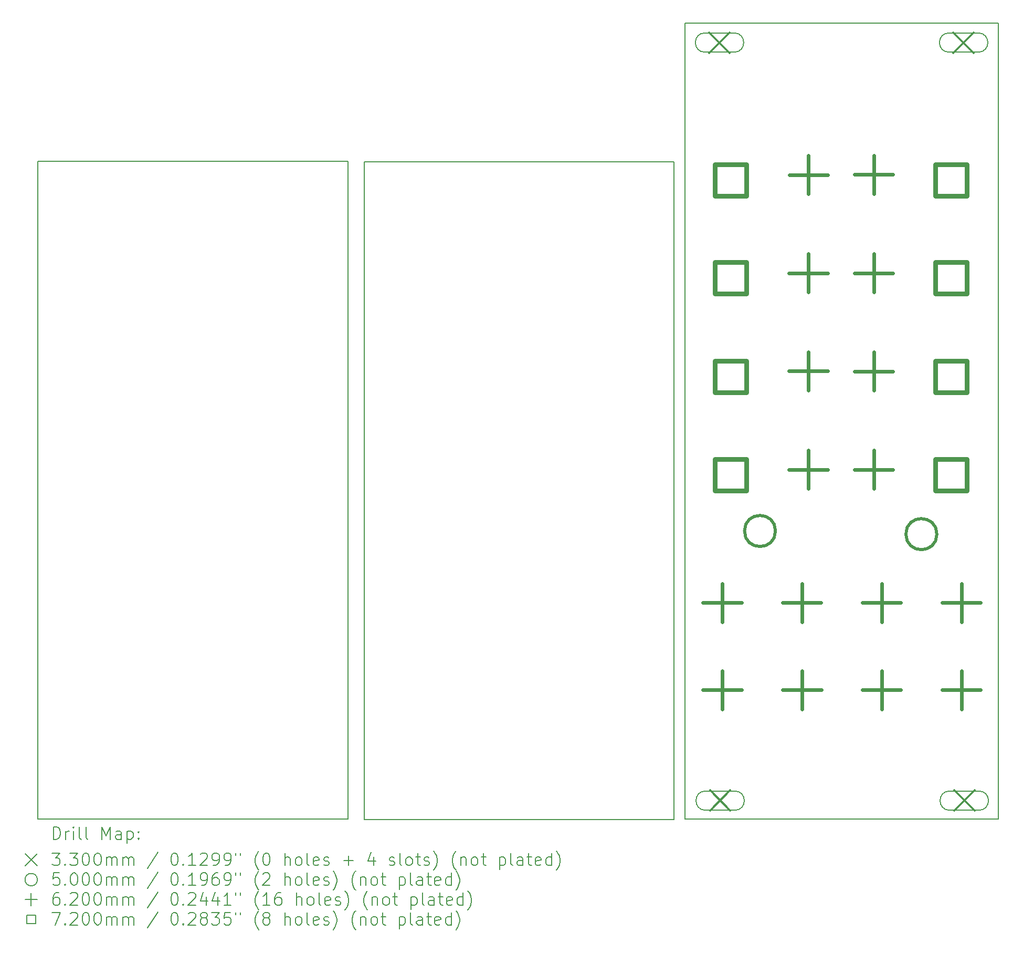
<source format=gbr>
%FSLAX45Y45*%
G04 Gerber Fmt 4.5, Leading zero omitted, Abs format (unit mm)*
G04 Created by KiCad (PCBNEW (6.0.0-0)) date 2022-07-11 02:04:20*
%MOMM*%
%LPD*%
G01*
G04 APERTURE LIST*
%TA.AperFunction,Profile*%
%ADD10C,0.200000*%
%TD*%
%ADD11C,0.200000*%
%ADD12C,0.330000*%
%ADD13C,0.500000*%
%ADD14C,0.620000*%
%ADD15C,0.720000*%
G04 APERTURE END LIST*
D10*
X8817600Y-27251080D02*
X13817600Y-27251080D01*
X13817600Y-27251080D02*
X13817600Y-37851080D01*
X13817600Y-37851080D02*
X8817600Y-37851080D01*
X8817600Y-37851080D02*
X8817600Y-27251080D01*
X13995400Y-25016000D02*
X19045400Y-25016000D01*
X19045400Y-25016000D02*
X19045400Y-37846000D01*
X19045400Y-37846000D02*
X13995400Y-37846000D01*
X13995400Y-37846000D02*
X13995400Y-25016000D01*
X3556000Y-27246000D02*
X8556000Y-27246000D01*
X8556000Y-27246000D02*
X8556000Y-37846000D01*
X8556000Y-37846000D02*
X3556000Y-37846000D01*
X3556000Y-37846000D02*
X3556000Y-27246000D01*
D11*
D12*
X14384280Y-25166000D02*
X14714280Y-25496000D01*
X14714280Y-25166000D02*
X14384280Y-25496000D01*
D11*
X14314280Y-25486000D02*
X14784280Y-25486000D01*
X14314280Y-25176000D02*
X14784280Y-25176000D01*
X14784280Y-25486000D02*
G75*
G03*
X14784280Y-25176000I0J155000D01*
G01*
X14314280Y-25176000D02*
G75*
G03*
X14314280Y-25486000I0J-155000D01*
G01*
D12*
X14394280Y-37383140D02*
X14724280Y-37713140D01*
X14724280Y-37383140D02*
X14394280Y-37713140D01*
D11*
X14324280Y-37703140D02*
X14794280Y-37703140D01*
X14324280Y-37393140D02*
X14794280Y-37393140D01*
X14794280Y-37703140D02*
G75*
G03*
X14794280Y-37393140I0J155000D01*
G01*
X14324280Y-37393140D02*
G75*
G03*
X14324280Y-37703140I0J-155000D01*
G01*
D12*
X18321900Y-25166000D02*
X18651900Y-25496000D01*
X18651900Y-25166000D02*
X18321900Y-25496000D01*
D11*
X18251900Y-25486000D02*
X18721900Y-25486000D01*
X18251900Y-25176000D02*
X18721900Y-25176000D01*
X18721900Y-25486000D02*
G75*
G03*
X18721900Y-25176000I0J155000D01*
G01*
X18251900Y-25176000D02*
G75*
G03*
X18251900Y-25486000I0J-155000D01*
G01*
D12*
X18331900Y-37383140D02*
X18661900Y-37713140D01*
X18661900Y-37383140D02*
X18331900Y-37713140D01*
D11*
X18261900Y-37703140D02*
X18731900Y-37703140D01*
X18261900Y-37393140D02*
X18731900Y-37393140D01*
X18731900Y-37703140D02*
G75*
G03*
X18731900Y-37393140I0J155000D01*
G01*
X18261900Y-37393140D02*
G75*
G03*
X18261900Y-37703140I0J-155000D01*
G01*
D13*
X15451900Y-33202200D02*
G75*
G03*
X15451900Y-33202200I-250000J0D01*
G01*
X18055400Y-33253000D02*
G75*
G03*
X18055400Y-33253000I-250000J0D01*
G01*
D14*
X14592300Y-34047900D02*
X14592300Y-34667900D01*
X14282300Y-34357900D02*
X14902300Y-34357900D01*
X14592300Y-35455060D02*
X14592300Y-36075060D01*
X14282300Y-35765060D02*
X14902300Y-35765060D01*
X15877540Y-34047900D02*
X15877540Y-34667900D01*
X15567540Y-34357900D02*
X16187540Y-34357900D01*
X15880080Y-35455060D02*
X15880080Y-36075060D01*
X15570080Y-35765060D02*
X16190080Y-35765060D01*
X15981333Y-30316640D02*
X15981333Y-30936640D01*
X15671333Y-30626640D02*
X16291333Y-30626640D01*
X15981680Y-28734220D02*
X15981680Y-29354220D01*
X15671680Y-29044220D02*
X16291680Y-29044220D01*
X15981680Y-31901600D02*
X15981680Y-32521600D01*
X15671680Y-32211600D02*
X16291680Y-32211600D01*
X15984220Y-27151800D02*
X15984220Y-27771800D01*
X15674220Y-27461800D02*
X16294220Y-27461800D01*
X17038320Y-27149260D02*
X17038320Y-27769260D01*
X16728320Y-27459260D02*
X17348320Y-27459260D01*
X17038320Y-28734220D02*
X17038320Y-29354220D01*
X16728320Y-29044220D02*
X17348320Y-29044220D01*
X17038320Y-30319180D02*
X17038320Y-30939180D01*
X16728320Y-30629180D02*
X17348320Y-30629180D01*
X17038320Y-31901600D02*
X17038320Y-32521600D01*
X16728320Y-32211600D02*
X17348320Y-32211600D01*
X17165320Y-34047900D02*
X17165320Y-34667900D01*
X16855320Y-34357900D02*
X17475320Y-34357900D01*
X17165320Y-35455060D02*
X17165320Y-36075060D01*
X16855320Y-35765060D02*
X17475320Y-35765060D01*
X18450560Y-34047900D02*
X18450560Y-34667900D01*
X18140560Y-34357900D02*
X18760560Y-34357900D01*
X18450560Y-35455060D02*
X18450560Y-36075060D01*
X18140560Y-35765060D02*
X18760560Y-35765060D01*
D15*
X14986561Y-27805961D02*
X14986561Y-27296839D01*
X14477439Y-27296839D01*
X14477439Y-27805961D01*
X14986561Y-27805961D01*
X14986561Y-29380761D02*
X14986561Y-28871639D01*
X14477439Y-28871639D01*
X14477439Y-29380761D01*
X14986561Y-29380761D01*
X14986561Y-30968261D02*
X14986561Y-30459139D01*
X14477439Y-30459139D01*
X14477439Y-30968261D01*
X14986561Y-30968261D01*
X14986561Y-32555761D02*
X14986561Y-32046639D01*
X14477439Y-32046639D01*
X14477439Y-32555761D01*
X14986561Y-32555761D01*
X18542561Y-27805261D02*
X18542561Y-27296139D01*
X18033439Y-27296139D01*
X18033439Y-27805261D01*
X18542561Y-27805261D01*
X18542561Y-29380061D02*
X18542561Y-28870939D01*
X18033439Y-28870939D01*
X18033439Y-29380061D01*
X18542561Y-29380061D01*
X18542561Y-30967561D02*
X18542561Y-30458439D01*
X18033439Y-30458439D01*
X18033439Y-30967561D01*
X18542561Y-30967561D01*
X18542561Y-32555061D02*
X18542561Y-32045939D01*
X18033439Y-32045939D01*
X18033439Y-32555061D01*
X18542561Y-32555061D01*
D11*
X3803619Y-38171556D02*
X3803619Y-37971556D01*
X3851238Y-37971556D01*
X3879809Y-37981080D01*
X3898857Y-38000128D01*
X3908381Y-38019175D01*
X3917905Y-38057270D01*
X3917905Y-38085842D01*
X3908381Y-38123937D01*
X3898857Y-38142985D01*
X3879809Y-38162032D01*
X3851238Y-38171556D01*
X3803619Y-38171556D01*
X4003619Y-38171556D02*
X4003619Y-38038223D01*
X4003619Y-38076318D02*
X4013143Y-38057270D01*
X4022667Y-38047747D01*
X4041714Y-38038223D01*
X4060762Y-38038223D01*
X4127428Y-38171556D02*
X4127428Y-38038223D01*
X4127428Y-37971556D02*
X4117905Y-37981080D01*
X4127428Y-37990604D01*
X4136952Y-37981080D01*
X4127428Y-37971556D01*
X4127428Y-37990604D01*
X4251238Y-38171556D02*
X4232190Y-38162032D01*
X4222667Y-38142985D01*
X4222667Y-37971556D01*
X4356000Y-38171556D02*
X4336952Y-38162032D01*
X4327429Y-38142985D01*
X4327429Y-37971556D01*
X4584571Y-38171556D02*
X4584571Y-37971556D01*
X4651238Y-38114413D01*
X4717905Y-37971556D01*
X4717905Y-38171556D01*
X4898857Y-38171556D02*
X4898857Y-38066794D01*
X4889333Y-38047747D01*
X4870286Y-38038223D01*
X4832190Y-38038223D01*
X4813143Y-38047747D01*
X4898857Y-38162032D02*
X4879810Y-38171556D01*
X4832190Y-38171556D01*
X4813143Y-38162032D01*
X4803619Y-38142985D01*
X4803619Y-38123937D01*
X4813143Y-38104890D01*
X4832190Y-38095366D01*
X4879810Y-38095366D01*
X4898857Y-38085842D01*
X4994095Y-38038223D02*
X4994095Y-38238223D01*
X4994095Y-38047747D02*
X5013143Y-38038223D01*
X5051238Y-38038223D01*
X5070286Y-38047747D01*
X5079810Y-38057270D01*
X5089333Y-38076318D01*
X5089333Y-38133461D01*
X5079810Y-38152509D01*
X5070286Y-38162032D01*
X5051238Y-38171556D01*
X5013143Y-38171556D01*
X4994095Y-38162032D01*
X5175048Y-38152509D02*
X5184571Y-38162032D01*
X5175048Y-38171556D01*
X5165524Y-38162032D01*
X5175048Y-38152509D01*
X5175048Y-38171556D01*
X5175048Y-38047747D02*
X5184571Y-38057270D01*
X5175048Y-38066794D01*
X5165524Y-38057270D01*
X5175048Y-38047747D01*
X5175048Y-38066794D01*
X3346000Y-38401080D02*
X3546000Y-38601080D01*
X3546000Y-38401080D02*
X3346000Y-38601080D01*
X3784571Y-38391556D02*
X3908381Y-38391556D01*
X3841714Y-38467747D01*
X3870286Y-38467747D01*
X3889333Y-38477270D01*
X3898857Y-38486794D01*
X3908381Y-38505842D01*
X3908381Y-38553461D01*
X3898857Y-38572509D01*
X3889333Y-38582032D01*
X3870286Y-38591556D01*
X3813143Y-38591556D01*
X3794095Y-38582032D01*
X3784571Y-38572509D01*
X3994095Y-38572509D02*
X4003619Y-38582032D01*
X3994095Y-38591556D01*
X3984571Y-38582032D01*
X3994095Y-38572509D01*
X3994095Y-38591556D01*
X4070286Y-38391556D02*
X4194095Y-38391556D01*
X4127428Y-38467747D01*
X4156000Y-38467747D01*
X4175048Y-38477270D01*
X4184571Y-38486794D01*
X4194095Y-38505842D01*
X4194095Y-38553461D01*
X4184571Y-38572509D01*
X4175048Y-38582032D01*
X4156000Y-38591556D01*
X4098857Y-38591556D01*
X4079809Y-38582032D01*
X4070286Y-38572509D01*
X4317905Y-38391556D02*
X4336952Y-38391556D01*
X4356000Y-38401080D01*
X4365524Y-38410604D01*
X4375048Y-38429651D01*
X4384571Y-38467747D01*
X4384571Y-38515366D01*
X4375048Y-38553461D01*
X4365524Y-38572509D01*
X4356000Y-38582032D01*
X4336952Y-38591556D01*
X4317905Y-38591556D01*
X4298857Y-38582032D01*
X4289333Y-38572509D01*
X4279810Y-38553461D01*
X4270286Y-38515366D01*
X4270286Y-38467747D01*
X4279810Y-38429651D01*
X4289333Y-38410604D01*
X4298857Y-38401080D01*
X4317905Y-38391556D01*
X4508381Y-38391556D02*
X4527429Y-38391556D01*
X4546476Y-38401080D01*
X4556000Y-38410604D01*
X4565524Y-38429651D01*
X4575048Y-38467747D01*
X4575048Y-38515366D01*
X4565524Y-38553461D01*
X4556000Y-38572509D01*
X4546476Y-38582032D01*
X4527429Y-38591556D01*
X4508381Y-38591556D01*
X4489333Y-38582032D01*
X4479810Y-38572509D01*
X4470286Y-38553461D01*
X4460762Y-38515366D01*
X4460762Y-38467747D01*
X4470286Y-38429651D01*
X4479810Y-38410604D01*
X4489333Y-38401080D01*
X4508381Y-38391556D01*
X4660762Y-38591556D02*
X4660762Y-38458223D01*
X4660762Y-38477270D02*
X4670286Y-38467747D01*
X4689333Y-38458223D01*
X4717905Y-38458223D01*
X4736952Y-38467747D01*
X4746476Y-38486794D01*
X4746476Y-38591556D01*
X4746476Y-38486794D02*
X4756000Y-38467747D01*
X4775048Y-38458223D01*
X4803619Y-38458223D01*
X4822667Y-38467747D01*
X4832190Y-38486794D01*
X4832190Y-38591556D01*
X4927429Y-38591556D02*
X4927429Y-38458223D01*
X4927429Y-38477270D02*
X4936952Y-38467747D01*
X4956000Y-38458223D01*
X4984571Y-38458223D01*
X5003619Y-38467747D01*
X5013143Y-38486794D01*
X5013143Y-38591556D01*
X5013143Y-38486794D02*
X5022667Y-38467747D01*
X5041714Y-38458223D01*
X5070286Y-38458223D01*
X5089333Y-38467747D01*
X5098857Y-38486794D01*
X5098857Y-38591556D01*
X5489333Y-38382032D02*
X5317905Y-38639175D01*
X5746476Y-38391556D02*
X5765524Y-38391556D01*
X5784571Y-38401080D01*
X5794095Y-38410604D01*
X5803619Y-38429651D01*
X5813143Y-38467747D01*
X5813143Y-38515366D01*
X5803619Y-38553461D01*
X5794095Y-38572509D01*
X5784571Y-38582032D01*
X5765524Y-38591556D01*
X5746476Y-38591556D01*
X5727428Y-38582032D01*
X5717905Y-38572509D01*
X5708381Y-38553461D01*
X5698857Y-38515366D01*
X5698857Y-38467747D01*
X5708381Y-38429651D01*
X5717905Y-38410604D01*
X5727428Y-38401080D01*
X5746476Y-38391556D01*
X5898857Y-38572509D02*
X5908381Y-38582032D01*
X5898857Y-38591556D01*
X5889333Y-38582032D01*
X5898857Y-38572509D01*
X5898857Y-38591556D01*
X6098857Y-38591556D02*
X5984571Y-38591556D01*
X6041714Y-38591556D02*
X6041714Y-38391556D01*
X6022667Y-38420128D01*
X6003619Y-38439175D01*
X5984571Y-38448699D01*
X6175048Y-38410604D02*
X6184571Y-38401080D01*
X6203619Y-38391556D01*
X6251238Y-38391556D01*
X6270286Y-38401080D01*
X6279809Y-38410604D01*
X6289333Y-38429651D01*
X6289333Y-38448699D01*
X6279809Y-38477270D01*
X6165524Y-38591556D01*
X6289333Y-38591556D01*
X6384571Y-38591556D02*
X6422667Y-38591556D01*
X6441714Y-38582032D01*
X6451238Y-38572509D01*
X6470286Y-38543937D01*
X6479809Y-38505842D01*
X6479809Y-38429651D01*
X6470286Y-38410604D01*
X6460762Y-38401080D01*
X6441714Y-38391556D01*
X6403619Y-38391556D01*
X6384571Y-38401080D01*
X6375048Y-38410604D01*
X6365524Y-38429651D01*
X6365524Y-38477270D01*
X6375048Y-38496318D01*
X6384571Y-38505842D01*
X6403619Y-38515366D01*
X6441714Y-38515366D01*
X6460762Y-38505842D01*
X6470286Y-38496318D01*
X6479809Y-38477270D01*
X6575048Y-38591556D02*
X6613143Y-38591556D01*
X6632190Y-38582032D01*
X6641714Y-38572509D01*
X6660762Y-38543937D01*
X6670286Y-38505842D01*
X6670286Y-38429651D01*
X6660762Y-38410604D01*
X6651238Y-38401080D01*
X6632190Y-38391556D01*
X6594095Y-38391556D01*
X6575048Y-38401080D01*
X6565524Y-38410604D01*
X6556000Y-38429651D01*
X6556000Y-38477270D01*
X6565524Y-38496318D01*
X6575048Y-38505842D01*
X6594095Y-38515366D01*
X6632190Y-38515366D01*
X6651238Y-38505842D01*
X6660762Y-38496318D01*
X6670286Y-38477270D01*
X6746476Y-38391556D02*
X6746476Y-38429651D01*
X6822667Y-38391556D02*
X6822667Y-38429651D01*
X7117905Y-38667747D02*
X7108381Y-38658223D01*
X7089333Y-38629651D01*
X7079809Y-38610604D01*
X7070286Y-38582032D01*
X7060762Y-38534413D01*
X7060762Y-38496318D01*
X7070286Y-38448699D01*
X7079809Y-38420128D01*
X7089333Y-38401080D01*
X7108381Y-38372509D01*
X7117905Y-38362985D01*
X7232190Y-38391556D02*
X7251238Y-38391556D01*
X7270286Y-38401080D01*
X7279809Y-38410604D01*
X7289333Y-38429651D01*
X7298857Y-38467747D01*
X7298857Y-38515366D01*
X7289333Y-38553461D01*
X7279809Y-38572509D01*
X7270286Y-38582032D01*
X7251238Y-38591556D01*
X7232190Y-38591556D01*
X7213143Y-38582032D01*
X7203619Y-38572509D01*
X7194095Y-38553461D01*
X7184571Y-38515366D01*
X7184571Y-38467747D01*
X7194095Y-38429651D01*
X7203619Y-38410604D01*
X7213143Y-38401080D01*
X7232190Y-38391556D01*
X7536952Y-38591556D02*
X7536952Y-38391556D01*
X7622667Y-38591556D02*
X7622667Y-38486794D01*
X7613143Y-38467747D01*
X7594095Y-38458223D01*
X7565524Y-38458223D01*
X7546476Y-38467747D01*
X7536952Y-38477270D01*
X7746476Y-38591556D02*
X7727428Y-38582032D01*
X7717905Y-38572509D01*
X7708381Y-38553461D01*
X7708381Y-38496318D01*
X7717905Y-38477270D01*
X7727428Y-38467747D01*
X7746476Y-38458223D01*
X7775048Y-38458223D01*
X7794095Y-38467747D01*
X7803619Y-38477270D01*
X7813143Y-38496318D01*
X7813143Y-38553461D01*
X7803619Y-38572509D01*
X7794095Y-38582032D01*
X7775048Y-38591556D01*
X7746476Y-38591556D01*
X7927428Y-38591556D02*
X7908381Y-38582032D01*
X7898857Y-38562985D01*
X7898857Y-38391556D01*
X8079809Y-38582032D02*
X8060762Y-38591556D01*
X8022667Y-38591556D01*
X8003619Y-38582032D01*
X7994095Y-38562985D01*
X7994095Y-38486794D01*
X8003619Y-38467747D01*
X8022667Y-38458223D01*
X8060762Y-38458223D01*
X8079809Y-38467747D01*
X8089333Y-38486794D01*
X8089333Y-38505842D01*
X7994095Y-38524890D01*
X8165524Y-38582032D02*
X8184571Y-38591556D01*
X8222667Y-38591556D01*
X8241714Y-38582032D01*
X8251238Y-38562985D01*
X8251238Y-38553461D01*
X8241714Y-38534413D01*
X8222667Y-38524890D01*
X8194095Y-38524890D01*
X8175048Y-38515366D01*
X8165524Y-38496318D01*
X8165524Y-38486794D01*
X8175048Y-38467747D01*
X8194095Y-38458223D01*
X8222667Y-38458223D01*
X8241714Y-38467747D01*
X8489333Y-38515366D02*
X8641714Y-38515366D01*
X8565524Y-38591556D02*
X8565524Y-38439175D01*
X8975048Y-38458223D02*
X8975048Y-38591556D01*
X8927429Y-38382032D02*
X8879810Y-38524890D01*
X9003619Y-38524890D01*
X9222667Y-38582032D02*
X9241714Y-38591556D01*
X9279810Y-38591556D01*
X9298857Y-38582032D01*
X9308381Y-38562985D01*
X9308381Y-38553461D01*
X9298857Y-38534413D01*
X9279810Y-38524890D01*
X9251238Y-38524890D01*
X9232190Y-38515366D01*
X9222667Y-38496318D01*
X9222667Y-38486794D01*
X9232190Y-38467747D01*
X9251238Y-38458223D01*
X9279810Y-38458223D01*
X9298857Y-38467747D01*
X9422667Y-38591556D02*
X9403619Y-38582032D01*
X9394095Y-38562985D01*
X9394095Y-38391556D01*
X9527429Y-38591556D02*
X9508381Y-38582032D01*
X9498857Y-38572509D01*
X9489333Y-38553461D01*
X9489333Y-38496318D01*
X9498857Y-38477270D01*
X9508381Y-38467747D01*
X9527429Y-38458223D01*
X9556000Y-38458223D01*
X9575048Y-38467747D01*
X9584571Y-38477270D01*
X9594095Y-38496318D01*
X9594095Y-38553461D01*
X9584571Y-38572509D01*
X9575048Y-38582032D01*
X9556000Y-38591556D01*
X9527429Y-38591556D01*
X9651238Y-38458223D02*
X9727429Y-38458223D01*
X9679810Y-38391556D02*
X9679810Y-38562985D01*
X9689333Y-38582032D01*
X9708381Y-38591556D01*
X9727429Y-38591556D01*
X9784571Y-38582032D02*
X9803619Y-38591556D01*
X9841714Y-38591556D01*
X9860762Y-38582032D01*
X9870286Y-38562985D01*
X9870286Y-38553461D01*
X9860762Y-38534413D01*
X9841714Y-38524890D01*
X9813143Y-38524890D01*
X9794095Y-38515366D01*
X9784571Y-38496318D01*
X9784571Y-38486794D01*
X9794095Y-38467747D01*
X9813143Y-38458223D01*
X9841714Y-38458223D01*
X9860762Y-38467747D01*
X9936952Y-38667747D02*
X9946476Y-38658223D01*
X9965524Y-38629651D01*
X9975048Y-38610604D01*
X9984571Y-38582032D01*
X9994095Y-38534413D01*
X9994095Y-38496318D01*
X9984571Y-38448699D01*
X9975048Y-38420128D01*
X9965524Y-38401080D01*
X9946476Y-38372509D01*
X9936952Y-38362985D01*
X10298857Y-38667747D02*
X10289333Y-38658223D01*
X10270286Y-38629651D01*
X10260762Y-38610604D01*
X10251238Y-38582032D01*
X10241714Y-38534413D01*
X10241714Y-38496318D01*
X10251238Y-38448699D01*
X10260762Y-38420128D01*
X10270286Y-38401080D01*
X10289333Y-38372509D01*
X10298857Y-38362985D01*
X10375048Y-38458223D02*
X10375048Y-38591556D01*
X10375048Y-38477270D02*
X10384571Y-38467747D01*
X10403619Y-38458223D01*
X10432190Y-38458223D01*
X10451238Y-38467747D01*
X10460762Y-38486794D01*
X10460762Y-38591556D01*
X10584571Y-38591556D02*
X10565524Y-38582032D01*
X10556000Y-38572509D01*
X10546476Y-38553461D01*
X10546476Y-38496318D01*
X10556000Y-38477270D01*
X10565524Y-38467747D01*
X10584571Y-38458223D01*
X10613143Y-38458223D01*
X10632190Y-38467747D01*
X10641714Y-38477270D01*
X10651238Y-38496318D01*
X10651238Y-38553461D01*
X10641714Y-38572509D01*
X10632190Y-38582032D01*
X10613143Y-38591556D01*
X10584571Y-38591556D01*
X10708381Y-38458223D02*
X10784571Y-38458223D01*
X10736952Y-38391556D02*
X10736952Y-38562985D01*
X10746476Y-38582032D01*
X10765524Y-38591556D01*
X10784571Y-38591556D01*
X11003619Y-38458223D02*
X11003619Y-38658223D01*
X11003619Y-38467747D02*
X11022667Y-38458223D01*
X11060762Y-38458223D01*
X11079810Y-38467747D01*
X11089333Y-38477270D01*
X11098857Y-38496318D01*
X11098857Y-38553461D01*
X11089333Y-38572509D01*
X11079810Y-38582032D01*
X11060762Y-38591556D01*
X11022667Y-38591556D01*
X11003619Y-38582032D01*
X11213143Y-38591556D02*
X11194095Y-38582032D01*
X11184571Y-38562985D01*
X11184571Y-38391556D01*
X11375048Y-38591556D02*
X11375048Y-38486794D01*
X11365524Y-38467747D01*
X11346476Y-38458223D01*
X11308381Y-38458223D01*
X11289333Y-38467747D01*
X11375048Y-38582032D02*
X11356000Y-38591556D01*
X11308381Y-38591556D01*
X11289333Y-38582032D01*
X11279809Y-38562985D01*
X11279809Y-38543937D01*
X11289333Y-38524890D01*
X11308381Y-38515366D01*
X11356000Y-38515366D01*
X11375048Y-38505842D01*
X11441714Y-38458223D02*
X11517905Y-38458223D01*
X11470286Y-38391556D02*
X11470286Y-38562985D01*
X11479809Y-38582032D01*
X11498857Y-38591556D01*
X11517905Y-38591556D01*
X11660762Y-38582032D02*
X11641714Y-38591556D01*
X11603619Y-38591556D01*
X11584571Y-38582032D01*
X11575048Y-38562985D01*
X11575048Y-38486794D01*
X11584571Y-38467747D01*
X11603619Y-38458223D01*
X11641714Y-38458223D01*
X11660762Y-38467747D01*
X11670286Y-38486794D01*
X11670286Y-38505842D01*
X11575048Y-38524890D01*
X11841714Y-38591556D02*
X11841714Y-38391556D01*
X11841714Y-38582032D02*
X11822667Y-38591556D01*
X11784571Y-38591556D01*
X11765524Y-38582032D01*
X11756000Y-38572509D01*
X11746476Y-38553461D01*
X11746476Y-38496318D01*
X11756000Y-38477270D01*
X11765524Y-38467747D01*
X11784571Y-38458223D01*
X11822667Y-38458223D01*
X11841714Y-38467747D01*
X11917905Y-38667747D02*
X11927428Y-38658223D01*
X11946476Y-38629651D01*
X11956000Y-38610604D01*
X11965524Y-38582032D01*
X11975048Y-38534413D01*
X11975048Y-38496318D01*
X11965524Y-38448699D01*
X11956000Y-38420128D01*
X11946476Y-38401080D01*
X11927428Y-38372509D01*
X11917905Y-38362985D01*
X3546000Y-38821080D02*
G75*
G03*
X3546000Y-38821080I-100000J0D01*
G01*
X3898857Y-38711556D02*
X3803619Y-38711556D01*
X3794095Y-38806794D01*
X3803619Y-38797270D01*
X3822667Y-38787747D01*
X3870286Y-38787747D01*
X3889333Y-38797270D01*
X3898857Y-38806794D01*
X3908381Y-38825842D01*
X3908381Y-38873461D01*
X3898857Y-38892509D01*
X3889333Y-38902032D01*
X3870286Y-38911556D01*
X3822667Y-38911556D01*
X3803619Y-38902032D01*
X3794095Y-38892509D01*
X3994095Y-38892509D02*
X4003619Y-38902032D01*
X3994095Y-38911556D01*
X3984571Y-38902032D01*
X3994095Y-38892509D01*
X3994095Y-38911556D01*
X4127428Y-38711556D02*
X4146476Y-38711556D01*
X4165524Y-38721080D01*
X4175048Y-38730604D01*
X4184571Y-38749651D01*
X4194095Y-38787747D01*
X4194095Y-38835366D01*
X4184571Y-38873461D01*
X4175048Y-38892509D01*
X4165524Y-38902032D01*
X4146476Y-38911556D01*
X4127428Y-38911556D01*
X4108381Y-38902032D01*
X4098857Y-38892509D01*
X4089333Y-38873461D01*
X4079809Y-38835366D01*
X4079809Y-38787747D01*
X4089333Y-38749651D01*
X4098857Y-38730604D01*
X4108381Y-38721080D01*
X4127428Y-38711556D01*
X4317905Y-38711556D02*
X4336952Y-38711556D01*
X4356000Y-38721080D01*
X4365524Y-38730604D01*
X4375048Y-38749651D01*
X4384571Y-38787747D01*
X4384571Y-38835366D01*
X4375048Y-38873461D01*
X4365524Y-38892509D01*
X4356000Y-38902032D01*
X4336952Y-38911556D01*
X4317905Y-38911556D01*
X4298857Y-38902032D01*
X4289333Y-38892509D01*
X4279810Y-38873461D01*
X4270286Y-38835366D01*
X4270286Y-38787747D01*
X4279810Y-38749651D01*
X4289333Y-38730604D01*
X4298857Y-38721080D01*
X4317905Y-38711556D01*
X4508381Y-38711556D02*
X4527429Y-38711556D01*
X4546476Y-38721080D01*
X4556000Y-38730604D01*
X4565524Y-38749651D01*
X4575048Y-38787747D01*
X4575048Y-38835366D01*
X4565524Y-38873461D01*
X4556000Y-38892509D01*
X4546476Y-38902032D01*
X4527429Y-38911556D01*
X4508381Y-38911556D01*
X4489333Y-38902032D01*
X4479810Y-38892509D01*
X4470286Y-38873461D01*
X4460762Y-38835366D01*
X4460762Y-38787747D01*
X4470286Y-38749651D01*
X4479810Y-38730604D01*
X4489333Y-38721080D01*
X4508381Y-38711556D01*
X4660762Y-38911556D02*
X4660762Y-38778223D01*
X4660762Y-38797270D02*
X4670286Y-38787747D01*
X4689333Y-38778223D01*
X4717905Y-38778223D01*
X4736952Y-38787747D01*
X4746476Y-38806794D01*
X4746476Y-38911556D01*
X4746476Y-38806794D02*
X4756000Y-38787747D01*
X4775048Y-38778223D01*
X4803619Y-38778223D01*
X4822667Y-38787747D01*
X4832190Y-38806794D01*
X4832190Y-38911556D01*
X4927429Y-38911556D02*
X4927429Y-38778223D01*
X4927429Y-38797270D02*
X4936952Y-38787747D01*
X4956000Y-38778223D01*
X4984571Y-38778223D01*
X5003619Y-38787747D01*
X5013143Y-38806794D01*
X5013143Y-38911556D01*
X5013143Y-38806794D02*
X5022667Y-38787747D01*
X5041714Y-38778223D01*
X5070286Y-38778223D01*
X5089333Y-38787747D01*
X5098857Y-38806794D01*
X5098857Y-38911556D01*
X5489333Y-38702032D02*
X5317905Y-38959175D01*
X5746476Y-38711556D02*
X5765524Y-38711556D01*
X5784571Y-38721080D01*
X5794095Y-38730604D01*
X5803619Y-38749651D01*
X5813143Y-38787747D01*
X5813143Y-38835366D01*
X5803619Y-38873461D01*
X5794095Y-38892509D01*
X5784571Y-38902032D01*
X5765524Y-38911556D01*
X5746476Y-38911556D01*
X5727428Y-38902032D01*
X5717905Y-38892509D01*
X5708381Y-38873461D01*
X5698857Y-38835366D01*
X5698857Y-38787747D01*
X5708381Y-38749651D01*
X5717905Y-38730604D01*
X5727428Y-38721080D01*
X5746476Y-38711556D01*
X5898857Y-38892509D02*
X5908381Y-38902032D01*
X5898857Y-38911556D01*
X5889333Y-38902032D01*
X5898857Y-38892509D01*
X5898857Y-38911556D01*
X6098857Y-38911556D02*
X5984571Y-38911556D01*
X6041714Y-38911556D02*
X6041714Y-38711556D01*
X6022667Y-38740128D01*
X6003619Y-38759175D01*
X5984571Y-38768699D01*
X6194095Y-38911556D02*
X6232190Y-38911556D01*
X6251238Y-38902032D01*
X6260762Y-38892509D01*
X6279809Y-38863937D01*
X6289333Y-38825842D01*
X6289333Y-38749651D01*
X6279809Y-38730604D01*
X6270286Y-38721080D01*
X6251238Y-38711556D01*
X6213143Y-38711556D01*
X6194095Y-38721080D01*
X6184571Y-38730604D01*
X6175048Y-38749651D01*
X6175048Y-38797270D01*
X6184571Y-38816318D01*
X6194095Y-38825842D01*
X6213143Y-38835366D01*
X6251238Y-38835366D01*
X6270286Y-38825842D01*
X6279809Y-38816318D01*
X6289333Y-38797270D01*
X6460762Y-38711556D02*
X6422667Y-38711556D01*
X6403619Y-38721080D01*
X6394095Y-38730604D01*
X6375048Y-38759175D01*
X6365524Y-38797270D01*
X6365524Y-38873461D01*
X6375048Y-38892509D01*
X6384571Y-38902032D01*
X6403619Y-38911556D01*
X6441714Y-38911556D01*
X6460762Y-38902032D01*
X6470286Y-38892509D01*
X6479809Y-38873461D01*
X6479809Y-38825842D01*
X6470286Y-38806794D01*
X6460762Y-38797270D01*
X6441714Y-38787747D01*
X6403619Y-38787747D01*
X6384571Y-38797270D01*
X6375048Y-38806794D01*
X6365524Y-38825842D01*
X6575048Y-38911556D02*
X6613143Y-38911556D01*
X6632190Y-38902032D01*
X6641714Y-38892509D01*
X6660762Y-38863937D01*
X6670286Y-38825842D01*
X6670286Y-38749651D01*
X6660762Y-38730604D01*
X6651238Y-38721080D01*
X6632190Y-38711556D01*
X6594095Y-38711556D01*
X6575048Y-38721080D01*
X6565524Y-38730604D01*
X6556000Y-38749651D01*
X6556000Y-38797270D01*
X6565524Y-38816318D01*
X6575048Y-38825842D01*
X6594095Y-38835366D01*
X6632190Y-38835366D01*
X6651238Y-38825842D01*
X6660762Y-38816318D01*
X6670286Y-38797270D01*
X6746476Y-38711556D02*
X6746476Y-38749651D01*
X6822667Y-38711556D02*
X6822667Y-38749651D01*
X7117905Y-38987747D02*
X7108381Y-38978223D01*
X7089333Y-38949651D01*
X7079809Y-38930604D01*
X7070286Y-38902032D01*
X7060762Y-38854413D01*
X7060762Y-38816318D01*
X7070286Y-38768699D01*
X7079809Y-38740128D01*
X7089333Y-38721080D01*
X7108381Y-38692509D01*
X7117905Y-38682985D01*
X7184571Y-38730604D02*
X7194095Y-38721080D01*
X7213143Y-38711556D01*
X7260762Y-38711556D01*
X7279809Y-38721080D01*
X7289333Y-38730604D01*
X7298857Y-38749651D01*
X7298857Y-38768699D01*
X7289333Y-38797270D01*
X7175048Y-38911556D01*
X7298857Y-38911556D01*
X7536952Y-38911556D02*
X7536952Y-38711556D01*
X7622667Y-38911556D02*
X7622667Y-38806794D01*
X7613143Y-38787747D01*
X7594095Y-38778223D01*
X7565524Y-38778223D01*
X7546476Y-38787747D01*
X7536952Y-38797270D01*
X7746476Y-38911556D02*
X7727428Y-38902032D01*
X7717905Y-38892509D01*
X7708381Y-38873461D01*
X7708381Y-38816318D01*
X7717905Y-38797270D01*
X7727428Y-38787747D01*
X7746476Y-38778223D01*
X7775048Y-38778223D01*
X7794095Y-38787747D01*
X7803619Y-38797270D01*
X7813143Y-38816318D01*
X7813143Y-38873461D01*
X7803619Y-38892509D01*
X7794095Y-38902032D01*
X7775048Y-38911556D01*
X7746476Y-38911556D01*
X7927428Y-38911556D02*
X7908381Y-38902032D01*
X7898857Y-38882985D01*
X7898857Y-38711556D01*
X8079809Y-38902032D02*
X8060762Y-38911556D01*
X8022667Y-38911556D01*
X8003619Y-38902032D01*
X7994095Y-38882985D01*
X7994095Y-38806794D01*
X8003619Y-38787747D01*
X8022667Y-38778223D01*
X8060762Y-38778223D01*
X8079809Y-38787747D01*
X8089333Y-38806794D01*
X8089333Y-38825842D01*
X7994095Y-38844890D01*
X8165524Y-38902032D02*
X8184571Y-38911556D01*
X8222667Y-38911556D01*
X8241714Y-38902032D01*
X8251238Y-38882985D01*
X8251238Y-38873461D01*
X8241714Y-38854413D01*
X8222667Y-38844890D01*
X8194095Y-38844890D01*
X8175048Y-38835366D01*
X8165524Y-38816318D01*
X8165524Y-38806794D01*
X8175048Y-38787747D01*
X8194095Y-38778223D01*
X8222667Y-38778223D01*
X8241714Y-38787747D01*
X8317905Y-38987747D02*
X8327428Y-38978223D01*
X8346476Y-38949651D01*
X8356000Y-38930604D01*
X8365524Y-38902032D01*
X8375048Y-38854413D01*
X8375048Y-38816318D01*
X8365524Y-38768699D01*
X8356000Y-38740128D01*
X8346476Y-38721080D01*
X8327428Y-38692509D01*
X8317905Y-38682985D01*
X8679810Y-38987747D02*
X8670286Y-38978223D01*
X8651238Y-38949651D01*
X8641714Y-38930604D01*
X8632190Y-38902032D01*
X8622667Y-38854413D01*
X8622667Y-38816318D01*
X8632190Y-38768699D01*
X8641714Y-38740128D01*
X8651238Y-38721080D01*
X8670286Y-38692509D01*
X8679810Y-38682985D01*
X8756000Y-38778223D02*
X8756000Y-38911556D01*
X8756000Y-38797270D02*
X8765524Y-38787747D01*
X8784571Y-38778223D01*
X8813143Y-38778223D01*
X8832190Y-38787747D01*
X8841714Y-38806794D01*
X8841714Y-38911556D01*
X8965524Y-38911556D02*
X8946476Y-38902032D01*
X8936952Y-38892509D01*
X8927429Y-38873461D01*
X8927429Y-38816318D01*
X8936952Y-38797270D01*
X8946476Y-38787747D01*
X8965524Y-38778223D01*
X8994095Y-38778223D01*
X9013143Y-38787747D01*
X9022667Y-38797270D01*
X9032190Y-38816318D01*
X9032190Y-38873461D01*
X9022667Y-38892509D01*
X9013143Y-38902032D01*
X8994095Y-38911556D01*
X8965524Y-38911556D01*
X9089333Y-38778223D02*
X9165524Y-38778223D01*
X9117905Y-38711556D02*
X9117905Y-38882985D01*
X9127429Y-38902032D01*
X9146476Y-38911556D01*
X9165524Y-38911556D01*
X9384571Y-38778223D02*
X9384571Y-38978223D01*
X9384571Y-38787747D02*
X9403619Y-38778223D01*
X9441714Y-38778223D01*
X9460762Y-38787747D01*
X9470286Y-38797270D01*
X9479810Y-38816318D01*
X9479810Y-38873461D01*
X9470286Y-38892509D01*
X9460762Y-38902032D01*
X9441714Y-38911556D01*
X9403619Y-38911556D01*
X9384571Y-38902032D01*
X9594095Y-38911556D02*
X9575048Y-38902032D01*
X9565524Y-38882985D01*
X9565524Y-38711556D01*
X9756000Y-38911556D02*
X9756000Y-38806794D01*
X9746476Y-38787747D01*
X9727429Y-38778223D01*
X9689333Y-38778223D01*
X9670286Y-38787747D01*
X9756000Y-38902032D02*
X9736952Y-38911556D01*
X9689333Y-38911556D01*
X9670286Y-38902032D01*
X9660762Y-38882985D01*
X9660762Y-38863937D01*
X9670286Y-38844890D01*
X9689333Y-38835366D01*
X9736952Y-38835366D01*
X9756000Y-38825842D01*
X9822667Y-38778223D02*
X9898857Y-38778223D01*
X9851238Y-38711556D02*
X9851238Y-38882985D01*
X9860762Y-38902032D01*
X9879810Y-38911556D01*
X9898857Y-38911556D01*
X10041714Y-38902032D02*
X10022667Y-38911556D01*
X9984571Y-38911556D01*
X9965524Y-38902032D01*
X9956000Y-38882985D01*
X9956000Y-38806794D01*
X9965524Y-38787747D01*
X9984571Y-38778223D01*
X10022667Y-38778223D01*
X10041714Y-38787747D01*
X10051238Y-38806794D01*
X10051238Y-38825842D01*
X9956000Y-38844890D01*
X10222667Y-38911556D02*
X10222667Y-38711556D01*
X10222667Y-38902032D02*
X10203619Y-38911556D01*
X10165524Y-38911556D01*
X10146476Y-38902032D01*
X10136952Y-38892509D01*
X10127429Y-38873461D01*
X10127429Y-38816318D01*
X10136952Y-38797270D01*
X10146476Y-38787747D01*
X10165524Y-38778223D01*
X10203619Y-38778223D01*
X10222667Y-38787747D01*
X10298857Y-38987747D02*
X10308381Y-38978223D01*
X10327429Y-38949651D01*
X10336952Y-38930604D01*
X10346476Y-38902032D01*
X10356000Y-38854413D01*
X10356000Y-38816318D01*
X10346476Y-38768699D01*
X10336952Y-38740128D01*
X10327429Y-38721080D01*
X10308381Y-38692509D01*
X10298857Y-38682985D01*
X3446000Y-39041080D02*
X3446000Y-39241080D01*
X3346000Y-39141080D02*
X3546000Y-39141080D01*
X3889333Y-39031556D02*
X3851238Y-39031556D01*
X3832190Y-39041080D01*
X3822667Y-39050604D01*
X3803619Y-39079175D01*
X3794095Y-39117270D01*
X3794095Y-39193461D01*
X3803619Y-39212509D01*
X3813143Y-39222032D01*
X3832190Y-39231556D01*
X3870286Y-39231556D01*
X3889333Y-39222032D01*
X3898857Y-39212509D01*
X3908381Y-39193461D01*
X3908381Y-39145842D01*
X3898857Y-39126794D01*
X3889333Y-39117270D01*
X3870286Y-39107747D01*
X3832190Y-39107747D01*
X3813143Y-39117270D01*
X3803619Y-39126794D01*
X3794095Y-39145842D01*
X3994095Y-39212509D02*
X4003619Y-39222032D01*
X3994095Y-39231556D01*
X3984571Y-39222032D01*
X3994095Y-39212509D01*
X3994095Y-39231556D01*
X4079809Y-39050604D02*
X4089333Y-39041080D01*
X4108381Y-39031556D01*
X4156000Y-39031556D01*
X4175048Y-39041080D01*
X4184571Y-39050604D01*
X4194095Y-39069651D01*
X4194095Y-39088699D01*
X4184571Y-39117270D01*
X4070286Y-39231556D01*
X4194095Y-39231556D01*
X4317905Y-39031556D02*
X4336952Y-39031556D01*
X4356000Y-39041080D01*
X4365524Y-39050604D01*
X4375048Y-39069651D01*
X4384571Y-39107747D01*
X4384571Y-39155366D01*
X4375048Y-39193461D01*
X4365524Y-39212509D01*
X4356000Y-39222032D01*
X4336952Y-39231556D01*
X4317905Y-39231556D01*
X4298857Y-39222032D01*
X4289333Y-39212509D01*
X4279810Y-39193461D01*
X4270286Y-39155366D01*
X4270286Y-39107747D01*
X4279810Y-39069651D01*
X4289333Y-39050604D01*
X4298857Y-39041080D01*
X4317905Y-39031556D01*
X4508381Y-39031556D02*
X4527429Y-39031556D01*
X4546476Y-39041080D01*
X4556000Y-39050604D01*
X4565524Y-39069651D01*
X4575048Y-39107747D01*
X4575048Y-39155366D01*
X4565524Y-39193461D01*
X4556000Y-39212509D01*
X4546476Y-39222032D01*
X4527429Y-39231556D01*
X4508381Y-39231556D01*
X4489333Y-39222032D01*
X4479810Y-39212509D01*
X4470286Y-39193461D01*
X4460762Y-39155366D01*
X4460762Y-39107747D01*
X4470286Y-39069651D01*
X4479810Y-39050604D01*
X4489333Y-39041080D01*
X4508381Y-39031556D01*
X4660762Y-39231556D02*
X4660762Y-39098223D01*
X4660762Y-39117270D02*
X4670286Y-39107747D01*
X4689333Y-39098223D01*
X4717905Y-39098223D01*
X4736952Y-39107747D01*
X4746476Y-39126794D01*
X4746476Y-39231556D01*
X4746476Y-39126794D02*
X4756000Y-39107747D01*
X4775048Y-39098223D01*
X4803619Y-39098223D01*
X4822667Y-39107747D01*
X4832190Y-39126794D01*
X4832190Y-39231556D01*
X4927429Y-39231556D02*
X4927429Y-39098223D01*
X4927429Y-39117270D02*
X4936952Y-39107747D01*
X4956000Y-39098223D01*
X4984571Y-39098223D01*
X5003619Y-39107747D01*
X5013143Y-39126794D01*
X5013143Y-39231556D01*
X5013143Y-39126794D02*
X5022667Y-39107747D01*
X5041714Y-39098223D01*
X5070286Y-39098223D01*
X5089333Y-39107747D01*
X5098857Y-39126794D01*
X5098857Y-39231556D01*
X5489333Y-39022032D02*
X5317905Y-39279175D01*
X5746476Y-39031556D02*
X5765524Y-39031556D01*
X5784571Y-39041080D01*
X5794095Y-39050604D01*
X5803619Y-39069651D01*
X5813143Y-39107747D01*
X5813143Y-39155366D01*
X5803619Y-39193461D01*
X5794095Y-39212509D01*
X5784571Y-39222032D01*
X5765524Y-39231556D01*
X5746476Y-39231556D01*
X5727428Y-39222032D01*
X5717905Y-39212509D01*
X5708381Y-39193461D01*
X5698857Y-39155366D01*
X5698857Y-39107747D01*
X5708381Y-39069651D01*
X5717905Y-39050604D01*
X5727428Y-39041080D01*
X5746476Y-39031556D01*
X5898857Y-39212509D02*
X5908381Y-39222032D01*
X5898857Y-39231556D01*
X5889333Y-39222032D01*
X5898857Y-39212509D01*
X5898857Y-39231556D01*
X5984571Y-39050604D02*
X5994095Y-39041080D01*
X6013143Y-39031556D01*
X6060762Y-39031556D01*
X6079809Y-39041080D01*
X6089333Y-39050604D01*
X6098857Y-39069651D01*
X6098857Y-39088699D01*
X6089333Y-39117270D01*
X5975048Y-39231556D01*
X6098857Y-39231556D01*
X6270286Y-39098223D02*
X6270286Y-39231556D01*
X6222667Y-39022032D02*
X6175048Y-39164890D01*
X6298857Y-39164890D01*
X6460762Y-39098223D02*
X6460762Y-39231556D01*
X6413143Y-39022032D02*
X6365524Y-39164890D01*
X6489333Y-39164890D01*
X6670286Y-39231556D02*
X6556000Y-39231556D01*
X6613143Y-39231556D02*
X6613143Y-39031556D01*
X6594095Y-39060128D01*
X6575048Y-39079175D01*
X6556000Y-39088699D01*
X6746476Y-39031556D02*
X6746476Y-39069651D01*
X6822667Y-39031556D02*
X6822667Y-39069651D01*
X7117905Y-39307747D02*
X7108381Y-39298223D01*
X7089333Y-39269651D01*
X7079809Y-39250604D01*
X7070286Y-39222032D01*
X7060762Y-39174413D01*
X7060762Y-39136318D01*
X7070286Y-39088699D01*
X7079809Y-39060128D01*
X7089333Y-39041080D01*
X7108381Y-39012509D01*
X7117905Y-39002985D01*
X7298857Y-39231556D02*
X7184571Y-39231556D01*
X7241714Y-39231556D02*
X7241714Y-39031556D01*
X7222667Y-39060128D01*
X7203619Y-39079175D01*
X7184571Y-39088699D01*
X7470286Y-39031556D02*
X7432190Y-39031556D01*
X7413143Y-39041080D01*
X7403619Y-39050604D01*
X7384571Y-39079175D01*
X7375048Y-39117270D01*
X7375048Y-39193461D01*
X7384571Y-39212509D01*
X7394095Y-39222032D01*
X7413143Y-39231556D01*
X7451238Y-39231556D01*
X7470286Y-39222032D01*
X7479809Y-39212509D01*
X7489333Y-39193461D01*
X7489333Y-39145842D01*
X7479809Y-39126794D01*
X7470286Y-39117270D01*
X7451238Y-39107747D01*
X7413143Y-39107747D01*
X7394095Y-39117270D01*
X7384571Y-39126794D01*
X7375048Y-39145842D01*
X7727428Y-39231556D02*
X7727428Y-39031556D01*
X7813143Y-39231556D02*
X7813143Y-39126794D01*
X7803619Y-39107747D01*
X7784571Y-39098223D01*
X7756000Y-39098223D01*
X7736952Y-39107747D01*
X7727428Y-39117270D01*
X7936952Y-39231556D02*
X7917905Y-39222032D01*
X7908381Y-39212509D01*
X7898857Y-39193461D01*
X7898857Y-39136318D01*
X7908381Y-39117270D01*
X7917905Y-39107747D01*
X7936952Y-39098223D01*
X7965524Y-39098223D01*
X7984571Y-39107747D01*
X7994095Y-39117270D01*
X8003619Y-39136318D01*
X8003619Y-39193461D01*
X7994095Y-39212509D01*
X7984571Y-39222032D01*
X7965524Y-39231556D01*
X7936952Y-39231556D01*
X8117905Y-39231556D02*
X8098857Y-39222032D01*
X8089333Y-39202985D01*
X8089333Y-39031556D01*
X8270286Y-39222032D02*
X8251238Y-39231556D01*
X8213143Y-39231556D01*
X8194095Y-39222032D01*
X8184571Y-39202985D01*
X8184571Y-39126794D01*
X8194095Y-39107747D01*
X8213143Y-39098223D01*
X8251238Y-39098223D01*
X8270286Y-39107747D01*
X8279809Y-39126794D01*
X8279809Y-39145842D01*
X8184571Y-39164890D01*
X8356000Y-39222032D02*
X8375048Y-39231556D01*
X8413143Y-39231556D01*
X8432190Y-39222032D01*
X8441714Y-39202985D01*
X8441714Y-39193461D01*
X8432190Y-39174413D01*
X8413143Y-39164890D01*
X8384571Y-39164890D01*
X8365524Y-39155366D01*
X8356000Y-39136318D01*
X8356000Y-39126794D01*
X8365524Y-39107747D01*
X8384571Y-39098223D01*
X8413143Y-39098223D01*
X8432190Y-39107747D01*
X8508381Y-39307747D02*
X8517905Y-39298223D01*
X8536952Y-39269651D01*
X8546476Y-39250604D01*
X8556000Y-39222032D01*
X8565524Y-39174413D01*
X8565524Y-39136318D01*
X8556000Y-39088699D01*
X8546476Y-39060128D01*
X8536952Y-39041080D01*
X8517905Y-39012509D01*
X8508381Y-39002985D01*
X8870286Y-39307747D02*
X8860762Y-39298223D01*
X8841714Y-39269651D01*
X8832190Y-39250604D01*
X8822667Y-39222032D01*
X8813143Y-39174413D01*
X8813143Y-39136318D01*
X8822667Y-39088699D01*
X8832190Y-39060128D01*
X8841714Y-39041080D01*
X8860762Y-39012509D01*
X8870286Y-39002985D01*
X8946476Y-39098223D02*
X8946476Y-39231556D01*
X8946476Y-39117270D02*
X8956000Y-39107747D01*
X8975048Y-39098223D01*
X9003619Y-39098223D01*
X9022667Y-39107747D01*
X9032190Y-39126794D01*
X9032190Y-39231556D01*
X9156000Y-39231556D02*
X9136952Y-39222032D01*
X9127429Y-39212509D01*
X9117905Y-39193461D01*
X9117905Y-39136318D01*
X9127429Y-39117270D01*
X9136952Y-39107747D01*
X9156000Y-39098223D01*
X9184571Y-39098223D01*
X9203619Y-39107747D01*
X9213143Y-39117270D01*
X9222667Y-39136318D01*
X9222667Y-39193461D01*
X9213143Y-39212509D01*
X9203619Y-39222032D01*
X9184571Y-39231556D01*
X9156000Y-39231556D01*
X9279810Y-39098223D02*
X9356000Y-39098223D01*
X9308381Y-39031556D02*
X9308381Y-39202985D01*
X9317905Y-39222032D01*
X9336952Y-39231556D01*
X9356000Y-39231556D01*
X9575048Y-39098223D02*
X9575048Y-39298223D01*
X9575048Y-39107747D02*
X9594095Y-39098223D01*
X9632190Y-39098223D01*
X9651238Y-39107747D01*
X9660762Y-39117270D01*
X9670286Y-39136318D01*
X9670286Y-39193461D01*
X9660762Y-39212509D01*
X9651238Y-39222032D01*
X9632190Y-39231556D01*
X9594095Y-39231556D01*
X9575048Y-39222032D01*
X9784571Y-39231556D02*
X9765524Y-39222032D01*
X9756000Y-39202985D01*
X9756000Y-39031556D01*
X9946476Y-39231556D02*
X9946476Y-39126794D01*
X9936952Y-39107747D01*
X9917905Y-39098223D01*
X9879810Y-39098223D01*
X9860762Y-39107747D01*
X9946476Y-39222032D02*
X9927429Y-39231556D01*
X9879810Y-39231556D01*
X9860762Y-39222032D01*
X9851238Y-39202985D01*
X9851238Y-39183937D01*
X9860762Y-39164890D01*
X9879810Y-39155366D01*
X9927429Y-39155366D01*
X9946476Y-39145842D01*
X10013143Y-39098223D02*
X10089333Y-39098223D01*
X10041714Y-39031556D02*
X10041714Y-39202985D01*
X10051238Y-39222032D01*
X10070286Y-39231556D01*
X10089333Y-39231556D01*
X10232190Y-39222032D02*
X10213143Y-39231556D01*
X10175048Y-39231556D01*
X10156000Y-39222032D01*
X10146476Y-39202985D01*
X10146476Y-39126794D01*
X10156000Y-39107747D01*
X10175048Y-39098223D01*
X10213143Y-39098223D01*
X10232190Y-39107747D01*
X10241714Y-39126794D01*
X10241714Y-39145842D01*
X10146476Y-39164890D01*
X10413143Y-39231556D02*
X10413143Y-39031556D01*
X10413143Y-39222032D02*
X10394095Y-39231556D01*
X10356000Y-39231556D01*
X10336952Y-39222032D01*
X10327429Y-39212509D01*
X10317905Y-39193461D01*
X10317905Y-39136318D01*
X10327429Y-39117270D01*
X10336952Y-39107747D01*
X10356000Y-39098223D01*
X10394095Y-39098223D01*
X10413143Y-39107747D01*
X10489333Y-39307747D02*
X10498857Y-39298223D01*
X10517905Y-39269651D01*
X10527429Y-39250604D01*
X10536952Y-39222032D01*
X10546476Y-39174413D01*
X10546476Y-39136318D01*
X10536952Y-39088699D01*
X10527429Y-39060128D01*
X10517905Y-39041080D01*
X10498857Y-39012509D01*
X10489333Y-39002985D01*
X3516711Y-39531791D02*
X3516711Y-39390369D01*
X3375289Y-39390369D01*
X3375289Y-39531791D01*
X3516711Y-39531791D01*
X3784571Y-39351556D02*
X3917905Y-39351556D01*
X3832190Y-39551556D01*
X3994095Y-39532509D02*
X4003619Y-39542032D01*
X3994095Y-39551556D01*
X3984571Y-39542032D01*
X3994095Y-39532509D01*
X3994095Y-39551556D01*
X4079809Y-39370604D02*
X4089333Y-39361080D01*
X4108381Y-39351556D01*
X4156000Y-39351556D01*
X4175048Y-39361080D01*
X4184571Y-39370604D01*
X4194095Y-39389651D01*
X4194095Y-39408699D01*
X4184571Y-39437270D01*
X4070286Y-39551556D01*
X4194095Y-39551556D01*
X4317905Y-39351556D02*
X4336952Y-39351556D01*
X4356000Y-39361080D01*
X4365524Y-39370604D01*
X4375048Y-39389651D01*
X4384571Y-39427747D01*
X4384571Y-39475366D01*
X4375048Y-39513461D01*
X4365524Y-39532509D01*
X4356000Y-39542032D01*
X4336952Y-39551556D01*
X4317905Y-39551556D01*
X4298857Y-39542032D01*
X4289333Y-39532509D01*
X4279810Y-39513461D01*
X4270286Y-39475366D01*
X4270286Y-39427747D01*
X4279810Y-39389651D01*
X4289333Y-39370604D01*
X4298857Y-39361080D01*
X4317905Y-39351556D01*
X4508381Y-39351556D02*
X4527429Y-39351556D01*
X4546476Y-39361080D01*
X4556000Y-39370604D01*
X4565524Y-39389651D01*
X4575048Y-39427747D01*
X4575048Y-39475366D01*
X4565524Y-39513461D01*
X4556000Y-39532509D01*
X4546476Y-39542032D01*
X4527429Y-39551556D01*
X4508381Y-39551556D01*
X4489333Y-39542032D01*
X4479810Y-39532509D01*
X4470286Y-39513461D01*
X4460762Y-39475366D01*
X4460762Y-39427747D01*
X4470286Y-39389651D01*
X4479810Y-39370604D01*
X4489333Y-39361080D01*
X4508381Y-39351556D01*
X4660762Y-39551556D02*
X4660762Y-39418223D01*
X4660762Y-39437270D02*
X4670286Y-39427747D01*
X4689333Y-39418223D01*
X4717905Y-39418223D01*
X4736952Y-39427747D01*
X4746476Y-39446794D01*
X4746476Y-39551556D01*
X4746476Y-39446794D02*
X4756000Y-39427747D01*
X4775048Y-39418223D01*
X4803619Y-39418223D01*
X4822667Y-39427747D01*
X4832190Y-39446794D01*
X4832190Y-39551556D01*
X4927429Y-39551556D02*
X4927429Y-39418223D01*
X4927429Y-39437270D02*
X4936952Y-39427747D01*
X4956000Y-39418223D01*
X4984571Y-39418223D01*
X5003619Y-39427747D01*
X5013143Y-39446794D01*
X5013143Y-39551556D01*
X5013143Y-39446794D02*
X5022667Y-39427747D01*
X5041714Y-39418223D01*
X5070286Y-39418223D01*
X5089333Y-39427747D01*
X5098857Y-39446794D01*
X5098857Y-39551556D01*
X5489333Y-39342032D02*
X5317905Y-39599175D01*
X5746476Y-39351556D02*
X5765524Y-39351556D01*
X5784571Y-39361080D01*
X5794095Y-39370604D01*
X5803619Y-39389651D01*
X5813143Y-39427747D01*
X5813143Y-39475366D01*
X5803619Y-39513461D01*
X5794095Y-39532509D01*
X5784571Y-39542032D01*
X5765524Y-39551556D01*
X5746476Y-39551556D01*
X5727428Y-39542032D01*
X5717905Y-39532509D01*
X5708381Y-39513461D01*
X5698857Y-39475366D01*
X5698857Y-39427747D01*
X5708381Y-39389651D01*
X5717905Y-39370604D01*
X5727428Y-39361080D01*
X5746476Y-39351556D01*
X5898857Y-39532509D02*
X5908381Y-39542032D01*
X5898857Y-39551556D01*
X5889333Y-39542032D01*
X5898857Y-39532509D01*
X5898857Y-39551556D01*
X5984571Y-39370604D02*
X5994095Y-39361080D01*
X6013143Y-39351556D01*
X6060762Y-39351556D01*
X6079809Y-39361080D01*
X6089333Y-39370604D01*
X6098857Y-39389651D01*
X6098857Y-39408699D01*
X6089333Y-39437270D01*
X5975048Y-39551556D01*
X6098857Y-39551556D01*
X6213143Y-39437270D02*
X6194095Y-39427747D01*
X6184571Y-39418223D01*
X6175048Y-39399175D01*
X6175048Y-39389651D01*
X6184571Y-39370604D01*
X6194095Y-39361080D01*
X6213143Y-39351556D01*
X6251238Y-39351556D01*
X6270286Y-39361080D01*
X6279809Y-39370604D01*
X6289333Y-39389651D01*
X6289333Y-39399175D01*
X6279809Y-39418223D01*
X6270286Y-39427747D01*
X6251238Y-39437270D01*
X6213143Y-39437270D01*
X6194095Y-39446794D01*
X6184571Y-39456318D01*
X6175048Y-39475366D01*
X6175048Y-39513461D01*
X6184571Y-39532509D01*
X6194095Y-39542032D01*
X6213143Y-39551556D01*
X6251238Y-39551556D01*
X6270286Y-39542032D01*
X6279809Y-39532509D01*
X6289333Y-39513461D01*
X6289333Y-39475366D01*
X6279809Y-39456318D01*
X6270286Y-39446794D01*
X6251238Y-39437270D01*
X6356000Y-39351556D02*
X6479809Y-39351556D01*
X6413143Y-39427747D01*
X6441714Y-39427747D01*
X6460762Y-39437270D01*
X6470286Y-39446794D01*
X6479809Y-39465842D01*
X6479809Y-39513461D01*
X6470286Y-39532509D01*
X6460762Y-39542032D01*
X6441714Y-39551556D01*
X6384571Y-39551556D01*
X6365524Y-39542032D01*
X6356000Y-39532509D01*
X6660762Y-39351556D02*
X6565524Y-39351556D01*
X6556000Y-39446794D01*
X6565524Y-39437270D01*
X6584571Y-39427747D01*
X6632190Y-39427747D01*
X6651238Y-39437270D01*
X6660762Y-39446794D01*
X6670286Y-39465842D01*
X6670286Y-39513461D01*
X6660762Y-39532509D01*
X6651238Y-39542032D01*
X6632190Y-39551556D01*
X6584571Y-39551556D01*
X6565524Y-39542032D01*
X6556000Y-39532509D01*
X6746476Y-39351556D02*
X6746476Y-39389651D01*
X6822667Y-39351556D02*
X6822667Y-39389651D01*
X7117905Y-39627747D02*
X7108381Y-39618223D01*
X7089333Y-39589651D01*
X7079809Y-39570604D01*
X7070286Y-39542032D01*
X7060762Y-39494413D01*
X7060762Y-39456318D01*
X7070286Y-39408699D01*
X7079809Y-39380128D01*
X7089333Y-39361080D01*
X7108381Y-39332509D01*
X7117905Y-39322985D01*
X7222667Y-39437270D02*
X7203619Y-39427747D01*
X7194095Y-39418223D01*
X7184571Y-39399175D01*
X7184571Y-39389651D01*
X7194095Y-39370604D01*
X7203619Y-39361080D01*
X7222667Y-39351556D01*
X7260762Y-39351556D01*
X7279809Y-39361080D01*
X7289333Y-39370604D01*
X7298857Y-39389651D01*
X7298857Y-39399175D01*
X7289333Y-39418223D01*
X7279809Y-39427747D01*
X7260762Y-39437270D01*
X7222667Y-39437270D01*
X7203619Y-39446794D01*
X7194095Y-39456318D01*
X7184571Y-39475366D01*
X7184571Y-39513461D01*
X7194095Y-39532509D01*
X7203619Y-39542032D01*
X7222667Y-39551556D01*
X7260762Y-39551556D01*
X7279809Y-39542032D01*
X7289333Y-39532509D01*
X7298857Y-39513461D01*
X7298857Y-39475366D01*
X7289333Y-39456318D01*
X7279809Y-39446794D01*
X7260762Y-39437270D01*
X7536952Y-39551556D02*
X7536952Y-39351556D01*
X7622667Y-39551556D02*
X7622667Y-39446794D01*
X7613143Y-39427747D01*
X7594095Y-39418223D01*
X7565524Y-39418223D01*
X7546476Y-39427747D01*
X7536952Y-39437270D01*
X7746476Y-39551556D02*
X7727428Y-39542032D01*
X7717905Y-39532509D01*
X7708381Y-39513461D01*
X7708381Y-39456318D01*
X7717905Y-39437270D01*
X7727428Y-39427747D01*
X7746476Y-39418223D01*
X7775048Y-39418223D01*
X7794095Y-39427747D01*
X7803619Y-39437270D01*
X7813143Y-39456318D01*
X7813143Y-39513461D01*
X7803619Y-39532509D01*
X7794095Y-39542032D01*
X7775048Y-39551556D01*
X7746476Y-39551556D01*
X7927428Y-39551556D02*
X7908381Y-39542032D01*
X7898857Y-39522985D01*
X7898857Y-39351556D01*
X8079809Y-39542032D02*
X8060762Y-39551556D01*
X8022667Y-39551556D01*
X8003619Y-39542032D01*
X7994095Y-39522985D01*
X7994095Y-39446794D01*
X8003619Y-39427747D01*
X8022667Y-39418223D01*
X8060762Y-39418223D01*
X8079809Y-39427747D01*
X8089333Y-39446794D01*
X8089333Y-39465842D01*
X7994095Y-39484890D01*
X8165524Y-39542032D02*
X8184571Y-39551556D01*
X8222667Y-39551556D01*
X8241714Y-39542032D01*
X8251238Y-39522985D01*
X8251238Y-39513461D01*
X8241714Y-39494413D01*
X8222667Y-39484890D01*
X8194095Y-39484890D01*
X8175048Y-39475366D01*
X8165524Y-39456318D01*
X8165524Y-39446794D01*
X8175048Y-39427747D01*
X8194095Y-39418223D01*
X8222667Y-39418223D01*
X8241714Y-39427747D01*
X8317905Y-39627747D02*
X8327428Y-39618223D01*
X8346476Y-39589651D01*
X8356000Y-39570604D01*
X8365524Y-39542032D01*
X8375048Y-39494413D01*
X8375048Y-39456318D01*
X8365524Y-39408699D01*
X8356000Y-39380128D01*
X8346476Y-39361080D01*
X8327428Y-39332509D01*
X8317905Y-39322985D01*
X8679810Y-39627747D02*
X8670286Y-39618223D01*
X8651238Y-39589651D01*
X8641714Y-39570604D01*
X8632190Y-39542032D01*
X8622667Y-39494413D01*
X8622667Y-39456318D01*
X8632190Y-39408699D01*
X8641714Y-39380128D01*
X8651238Y-39361080D01*
X8670286Y-39332509D01*
X8679810Y-39322985D01*
X8756000Y-39418223D02*
X8756000Y-39551556D01*
X8756000Y-39437270D02*
X8765524Y-39427747D01*
X8784571Y-39418223D01*
X8813143Y-39418223D01*
X8832190Y-39427747D01*
X8841714Y-39446794D01*
X8841714Y-39551556D01*
X8965524Y-39551556D02*
X8946476Y-39542032D01*
X8936952Y-39532509D01*
X8927429Y-39513461D01*
X8927429Y-39456318D01*
X8936952Y-39437270D01*
X8946476Y-39427747D01*
X8965524Y-39418223D01*
X8994095Y-39418223D01*
X9013143Y-39427747D01*
X9022667Y-39437270D01*
X9032190Y-39456318D01*
X9032190Y-39513461D01*
X9022667Y-39532509D01*
X9013143Y-39542032D01*
X8994095Y-39551556D01*
X8965524Y-39551556D01*
X9089333Y-39418223D02*
X9165524Y-39418223D01*
X9117905Y-39351556D02*
X9117905Y-39522985D01*
X9127429Y-39542032D01*
X9146476Y-39551556D01*
X9165524Y-39551556D01*
X9384571Y-39418223D02*
X9384571Y-39618223D01*
X9384571Y-39427747D02*
X9403619Y-39418223D01*
X9441714Y-39418223D01*
X9460762Y-39427747D01*
X9470286Y-39437270D01*
X9479810Y-39456318D01*
X9479810Y-39513461D01*
X9470286Y-39532509D01*
X9460762Y-39542032D01*
X9441714Y-39551556D01*
X9403619Y-39551556D01*
X9384571Y-39542032D01*
X9594095Y-39551556D02*
X9575048Y-39542032D01*
X9565524Y-39522985D01*
X9565524Y-39351556D01*
X9756000Y-39551556D02*
X9756000Y-39446794D01*
X9746476Y-39427747D01*
X9727429Y-39418223D01*
X9689333Y-39418223D01*
X9670286Y-39427747D01*
X9756000Y-39542032D02*
X9736952Y-39551556D01*
X9689333Y-39551556D01*
X9670286Y-39542032D01*
X9660762Y-39522985D01*
X9660762Y-39503937D01*
X9670286Y-39484890D01*
X9689333Y-39475366D01*
X9736952Y-39475366D01*
X9756000Y-39465842D01*
X9822667Y-39418223D02*
X9898857Y-39418223D01*
X9851238Y-39351556D02*
X9851238Y-39522985D01*
X9860762Y-39542032D01*
X9879810Y-39551556D01*
X9898857Y-39551556D01*
X10041714Y-39542032D02*
X10022667Y-39551556D01*
X9984571Y-39551556D01*
X9965524Y-39542032D01*
X9956000Y-39522985D01*
X9956000Y-39446794D01*
X9965524Y-39427747D01*
X9984571Y-39418223D01*
X10022667Y-39418223D01*
X10041714Y-39427747D01*
X10051238Y-39446794D01*
X10051238Y-39465842D01*
X9956000Y-39484890D01*
X10222667Y-39551556D02*
X10222667Y-39351556D01*
X10222667Y-39542032D02*
X10203619Y-39551556D01*
X10165524Y-39551556D01*
X10146476Y-39542032D01*
X10136952Y-39532509D01*
X10127429Y-39513461D01*
X10127429Y-39456318D01*
X10136952Y-39437270D01*
X10146476Y-39427747D01*
X10165524Y-39418223D01*
X10203619Y-39418223D01*
X10222667Y-39427747D01*
X10298857Y-39627747D02*
X10308381Y-39618223D01*
X10327429Y-39589651D01*
X10336952Y-39570604D01*
X10346476Y-39542032D01*
X10356000Y-39494413D01*
X10356000Y-39456318D01*
X10346476Y-39408699D01*
X10336952Y-39380128D01*
X10327429Y-39361080D01*
X10308381Y-39332509D01*
X10298857Y-39322985D01*
M02*

</source>
